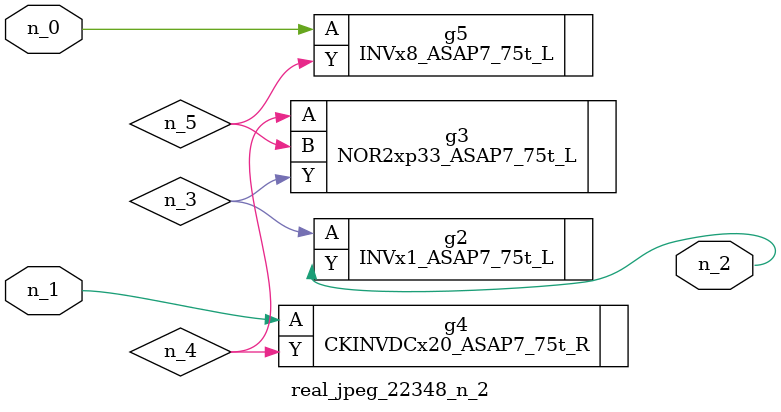
<source format=v>
module real_jpeg_22348_n_2 (n_1, n_0, n_2);

input n_1;
input n_0;

output n_2;

wire n_5;
wire n_4;
wire n_3;

INVx8_ASAP7_75t_L g5 ( 
.A(n_0),
.Y(n_5)
);

CKINVDCx20_ASAP7_75t_R g4 ( 
.A(n_1),
.Y(n_4)
);

INVx1_ASAP7_75t_L g2 ( 
.A(n_3),
.Y(n_2)
);

NOR2xp33_ASAP7_75t_L g3 ( 
.A(n_4),
.B(n_5),
.Y(n_3)
);


endmodule
</source>
